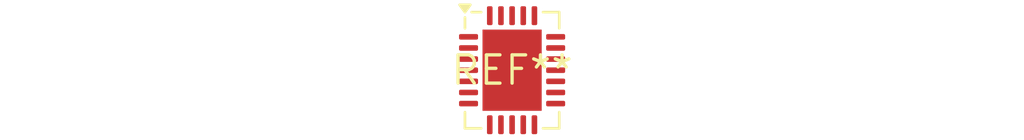
<source format=kicad_pcb>
(kicad_pcb (version 20240108) (generator pcbnew)
  (layers (0 "F.Cu" signal) (31 "B.Cu" signal) (34 "B.Paste" user) (35 "F.Paste" user) (36 "B.SilkS" user "B.Silkscreen") (37 "F.SilkS" user "F.Silkscreen") (38 "B.Mask" user) (39 "F.Mask" user) (44 "Edge.Cuts" user))
  (net 0 "")
  (footprint "QFN-24-1EP_4x5mm_P0.5mm_EP2.65x3.65mm" (layer "F.Cu") (at 0 0)
    (property "Reference" "REF**")
    (property "Value" "QFN-24-1EP_4x5mm_P0.5mm_EP2.65x3.65mm")
    (fp_line (start -2.11 -1.885) (end -2.11 -2.37) (layer "F.SilkS") (stroke (width 0.12)))
    (fp_line (start -2.11 2.61) (end -2.11 1.885) (layer "F.SilkS") (stroke (width 0.12)))
    (fp_line (start -1.385 -2.61) (end -1.81 -2.61) (layer "F.SilkS") (stroke (width 0.12)))
    (fp_line (start -1.385 2.61) (end -2.11 2.61) (layer "F.SilkS") (stroke (width 0.12)))
    (fp_line (start 1.385 -2.61) (end 2.11 -2.61) (layer "F.SilkS") (stroke (width 0.12)))
    (fp_line (start 1.385 2.61) (end 2.11 2.61) (layer "F.SilkS") (stroke (width 0.12)))
    (fp_line (start 2.11 -2.61) (end 2.11 -1.885) (layer "F.SilkS") (stroke (width 0.12)))
    (fp_line (start 2.11 2.61) (end 2.11 1.885) (layer "F.SilkS") (stroke (width 0.12)))
    (fp_poly (pts (xy -2.11 -2.61) (xy -2.35 -2.94) (xy -1.87 -2.94) (xy -2.11 -2.61)) (layer "F.SilkS") (stroke (width 0.12)) (fill solid))
    (pad "1" smd roundrect (at -1.95 -1.5) (size 0.85 0.25) (layers "F.Cu" "F.Paste" "F.Mask"))
    (pad "2" smd roundrect (at -1.95 -1) (size 0.85 0.25) (layers "F.Cu" "F.Paste" "F.Mask"))
    (pad "3" smd roundrect (at -1.95 -0.5) (size 0.85 0.25) (layers "F.Cu" "F.Paste" "F.Mask"))
    (pad "4" smd roundrect (at -1.95 0) (size 0.85 0.25) (layers "F.Cu" "F.Paste" "F.Mask"))
    (pad "5" smd roundrect (at -1.95 0.5) (size 0.85 0.25) (layers "F.Cu" "F.Paste" "F.Mask"))
    (pad "6" smd roundrect (at -1.95 1) (size 0.85 0.25) (layers "F.Cu" "F.Paste" "F.Mask"))
    (pad "7" smd roundrect (at -1.95 1.5) (size 0.85 0.25) (layers "F.Cu" "F.Paste" "F.Mask"))
    (pad "8" smd roundrect (at -1 2.45) (size 0.25 0.85) (layers "F.Cu" "F.Paste" "F.Mask"))
    (pad "9" smd roundrect (at -0.5 2.45) (size 0.25 0.85) (layers "F.Cu" "F.Paste" "F.Mask"))
    (pad "10" smd roundrect (at 0 2.45) (size 0.25 0.85) (layers "F.Cu" "F.Paste" "F.Mask"))
    (pad "11" smd roundrect (at 0.5 2.45) (size 0.25 0.85) (layers "F.Cu" "F.Paste" "F.Mask"))
    (pad "12" smd roundrect (at 1 2.45) (size 0.25 0.85) (layers "F.Cu" "F.Paste" "F.Mask"))
    (pad "13" smd roundrect (at 1.95 1.5) (size 0.85 0.25) (layers "F.Cu" "F.Paste" "F.Mask"))
    (pad "14" smd roundrect (at 1.95 1) (size 0.85 0.25) (layers "F.Cu" "F.Paste" "F.Mask"))
    (pad "15" smd roundrect (at 1.95 0.5) (size 0.85 0.25) (layers "F.Cu" "F.Paste" "F.Mask"))
    (pad "16" smd roundrect (at 1.95 0) (size 0.85 0.25) (layers "F.Cu" "F.Paste" "F.Mask"))
    (pad "17" smd roundrect (at 1.95 -0.5) (size 0.85 0.25) (layers "F.Cu" "F.Paste" "F.Mask"))
    (pad "18" smd roundrect (at 1.95 -1) (size 0.85 0.25) (layers "F.Cu" "F.Paste" "F.Mask"))
    (pad "19" smd roundrect (at 1.95 -1.5) (size 0.85 0.25) (layers "F.Cu" "F.Paste" "F.Mask"))
    (pad "20" smd roundrect (at 1 -2.45) (size 0.25 0.85) (layers "F.Cu" "F.Paste" "F.Mask"))
    (pad "21" smd roundrect (at 0.5 -2.45) (size 0.25 0.85) (layers "F.Cu" "F.Paste" "F.Mask"))
    (pad "22" smd roundrect (at 0 -2.45) (size 0.25 0.85) (layers "F.Cu" "F.Paste" "F.Mask"))
    (pad "23" smd roundrect (at -0.5 -2.45) (size 0.25 0.85) (layers "F.Cu" "F.Paste" "F.Mask"))
    (pad "24" smd roundrect (at -1 -2.45) (size 0.25 0.85) (layers "F.Cu" "F.Paste" "F.Mask"))
    (pad "25" smd rect (at 0 0) (size 2.65 3.65) (property pad_prop_heatsink) (layers "F.Cu" "F.Mask"))
  )
)
</source>
